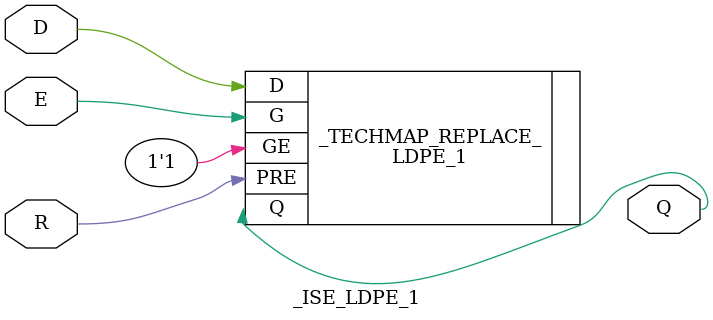
<source format=v>
/*
 * This file is used by Yosys to map its internal gate representations to the
 * respective primitives supported by ISE's mapping tools. Note that ISE does
 * not expose LUT primitives for Spartan-XL devices, so LUT-based synthesis and
 * the synth_xilinx command built into Yosys cannot be used.
 */

(* techmap_celltype = "IOBUFT" *)
module _ISE_IOBUFT (inout IO, input I, output O, input T);
	IBUF  _TECHMAP_REPLACE_.ibuf ( .I(IO), .O(O) );
	OBUFT _TECHMAP_REPLACE_.obuf ( .O(IO), .I(I), .T(T) );
endmodule

(* techmap_celltype = "$_BUF_" *)
module _ISE_BUF (input A, output Y);
	BUF _TECHMAP_REPLACE_ ( .I(A), .O(Y) );
endmodule

(* techmap_celltype = "$_NOT_" *)
module _ISE_INV (input A, output Y);
	INV _TECHMAP_REPLACE_ ( .I(A), .O(Y) );
endmodule

(* techmap_celltype = "$_AND_" *)
module _ISE_AND2 (input A, input B, output Y);
	AND2 _TECHMAP_REPLACE_ ( .I0(A), .I1(B), .O(Y) );
endmodule

(* techmap_celltype = "$_NAND_" *)
module _ISE_NAND2 (input A, input B, output Y);
	NAND2 _TECHMAP_REPLACE_ ( .I0(A), .I1(B), .O(Y) );
endmodule

(* techmap_celltype = "$_ANDNOT_" *)
module _ISE_AND2B1 (input A, input B, output Y);
	AND2B1 _TECHMAP_REPLACE_ ( .I0(A), .I1(B), .O(Y) );
endmodule

(* techmap_celltype = "$_OR_" *)
module _ISE_OR2 (input A, input B, output Y);
	OR2 _TECHMAP_REPLACE_ ( .I0(A), .I1(B), .O(Y) );
endmodule

(* techmap_celltype = "$_NOR_" *)
module _ISE_NOR2 (input A, input B, output Y);
	NOR2 _TECHMAP_REPLACE_ ( .I0(A), .I1(B), .O(Y) );
endmodule

(* techmap_celltype = "$_ORNOT_" *)
module _ISE_OR2B1 (input A, input B, output Y);
	OR2B1 _TECHMAP_REPLACE_ ( .I0(A), .I1(B), .O(Y) );
endmodule

(* techmap_celltype = "$_XOR_" *)
module _ISE_XOR2 (input A, input B, output Y);
	XOR2 _TECHMAP_REPLACE_ ( .I0(A), .I1(B), .O(Y) );
endmodule

(* techmap_celltype = "$_XNOR_" *)
module _ISE_XNOR2 (input A, input B, output Y);
	XNOR2 _TECHMAP_REPLACE_ ( .I0(A), .I1(B), .O(Y) );
endmodule

(* techmap_celltype = "$_TBUF_" *)
module _ISE_BUFT (input A, input E, output Y);
	BUFT _TECHMAP_REPLACE_ ( .I(A), .T(~E), .O(Y) );
endmodule

(* techmap_celltype = "$_DFFE_PP0P_" *)
module _ISE_FDCE (input D, input C, input R, input E, output Q);
	FDCE _TECHMAP_REPLACE_ ( .D(D), .C(C), .CLR(R), .CE(E), .Q(Q) );
endmodule

(* techmap_celltype = "$_DFFE_PP1P_" *)
module _ISE_FDPE (input D, input C, input R, input E, output Q);
	FDPE _TECHMAP_REPLACE_ ( .D(D), .C(C), .PRE(R), .CE(E), .Q(Q) );
endmodule

(* techmap_celltype = "$_DLATCH_PP0_" *)
module _ISE_LDCE_1 (input E, input R, input D, output Q);
	LDCE_1 _TECHMAP_REPLACE_ ( .D(D), .G(E), .CLR(R), .GE(1'b1), .Q(Q) );
endmodule

(* techmap_celltype = "$_DLATCH_PP1_" *)
module _ISE_LDPE_1 (input E, input R, input D, output Q);
	LDPE_1 _TECHMAP_REPLACE_ ( .D(D), .G(E), .PRE(R), .GE(1'b1), .Q(Q) );
endmodule

</source>
